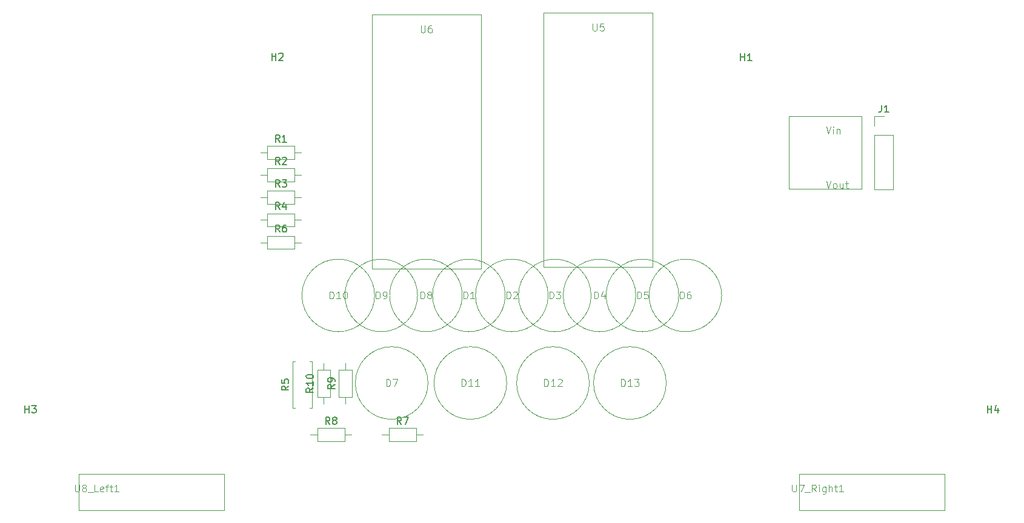
<source format=gbr>
%TF.GenerationSoftware,KiCad,Pcbnew,8.0.1*%
%TF.CreationDate,2024-04-10T11:02:19-04:00*%
%TF.ProjectId,Baja Dashboard Schematic Part 2,42616a61-2044-4617-9368-626f61726420,rev?*%
%TF.SameCoordinates,Original*%
%TF.FileFunction,Legend,Top*%
%TF.FilePolarity,Positive*%
%FSLAX46Y46*%
G04 Gerber Fmt 4.6, Leading zero omitted, Abs format (unit mm)*
G04 Created by KiCad (PCBNEW 8.0.1) date 2024-04-10 11:02:19*
%MOMM*%
%LPD*%
G01*
G04 APERTURE LIST*
%ADD10C,0.100000*%
%ADD11C,0.150000*%
%ADD12C,0.120000*%
G04 APERTURE END LIST*
D10*
X162781905Y-111957419D02*
X162781905Y-110957419D01*
X162781905Y-110957419D02*
X163020000Y-110957419D01*
X163020000Y-110957419D02*
X163162857Y-111005038D01*
X163162857Y-111005038D02*
X163258095Y-111100276D01*
X163258095Y-111100276D02*
X163305714Y-111195514D01*
X163305714Y-111195514D02*
X163353333Y-111385990D01*
X163353333Y-111385990D02*
X163353333Y-111528847D01*
X163353333Y-111528847D02*
X163305714Y-111719323D01*
X163305714Y-111719323D02*
X163258095Y-111814561D01*
X163258095Y-111814561D02*
X163162857Y-111909800D01*
X163162857Y-111909800D02*
X163020000Y-111957419D01*
X163020000Y-111957419D02*
X162781905Y-111957419D01*
X164210476Y-111290752D02*
X164210476Y-111957419D01*
X163972381Y-110909800D02*
X163734286Y-111624085D01*
X163734286Y-111624085D02*
X164353333Y-111624085D01*
X150531905Y-111957419D02*
X150531905Y-110957419D01*
X150531905Y-110957419D02*
X150770000Y-110957419D01*
X150770000Y-110957419D02*
X150912857Y-111005038D01*
X150912857Y-111005038D02*
X151008095Y-111100276D01*
X151008095Y-111100276D02*
X151055714Y-111195514D01*
X151055714Y-111195514D02*
X151103333Y-111385990D01*
X151103333Y-111385990D02*
X151103333Y-111528847D01*
X151103333Y-111528847D02*
X151055714Y-111719323D01*
X151055714Y-111719323D02*
X151008095Y-111814561D01*
X151008095Y-111814561D02*
X150912857Y-111909800D01*
X150912857Y-111909800D02*
X150770000Y-111957419D01*
X150770000Y-111957419D02*
X150531905Y-111957419D01*
X151484286Y-111052657D02*
X151531905Y-111005038D01*
X151531905Y-111005038D02*
X151627143Y-110957419D01*
X151627143Y-110957419D02*
X151865238Y-110957419D01*
X151865238Y-110957419D02*
X151960476Y-111005038D01*
X151960476Y-111005038D02*
X152008095Y-111052657D01*
X152008095Y-111052657D02*
X152055714Y-111147895D01*
X152055714Y-111147895D02*
X152055714Y-111243133D01*
X152055714Y-111243133D02*
X152008095Y-111385990D01*
X152008095Y-111385990D02*
X151436667Y-111957419D01*
X151436667Y-111957419D02*
X152055714Y-111957419D01*
D11*
X123534819Y-124452857D02*
X123058628Y-124786190D01*
X123534819Y-125024285D02*
X122534819Y-125024285D01*
X122534819Y-125024285D02*
X122534819Y-124643333D01*
X122534819Y-124643333D02*
X122582438Y-124548095D01*
X122582438Y-124548095D02*
X122630057Y-124500476D01*
X122630057Y-124500476D02*
X122725295Y-124452857D01*
X122725295Y-124452857D02*
X122868152Y-124452857D01*
X122868152Y-124452857D02*
X122963390Y-124500476D01*
X122963390Y-124500476D02*
X123011009Y-124548095D01*
X123011009Y-124548095D02*
X123058628Y-124643333D01*
X123058628Y-124643333D02*
X123058628Y-125024285D01*
X123534819Y-123500476D02*
X123534819Y-124071904D01*
X123534819Y-123786190D02*
X122534819Y-123786190D01*
X122534819Y-123786190D02*
X122677676Y-123881428D01*
X122677676Y-123881428D02*
X122772914Y-123976666D01*
X122772914Y-123976666D02*
X122820533Y-124071904D01*
X122534819Y-122881428D02*
X122534819Y-122786190D01*
X122534819Y-122786190D02*
X122582438Y-122690952D01*
X122582438Y-122690952D02*
X122630057Y-122643333D01*
X122630057Y-122643333D02*
X122725295Y-122595714D01*
X122725295Y-122595714D02*
X122915771Y-122548095D01*
X122915771Y-122548095D02*
X123153866Y-122548095D01*
X123153866Y-122548095D02*
X123344342Y-122595714D01*
X123344342Y-122595714D02*
X123439580Y-122643333D01*
X123439580Y-122643333D02*
X123487200Y-122690952D01*
X123487200Y-122690952D02*
X123534819Y-122786190D01*
X123534819Y-122786190D02*
X123534819Y-122881428D01*
X123534819Y-122881428D02*
X123487200Y-122976666D01*
X123487200Y-122976666D02*
X123439580Y-123024285D01*
X123439580Y-123024285D02*
X123344342Y-123071904D01*
X123344342Y-123071904D02*
X123153866Y-123119523D01*
X123153866Y-123119523D02*
X122915771Y-123119523D01*
X122915771Y-123119523D02*
X122725295Y-123071904D01*
X122725295Y-123071904D02*
X122630057Y-123024285D01*
X122630057Y-123024285D02*
X122582438Y-122976666D01*
X122582438Y-122976666D02*
X122534819Y-122881428D01*
X202916666Y-84874819D02*
X202916666Y-85589104D01*
X202916666Y-85589104D02*
X202869047Y-85731961D01*
X202869047Y-85731961D02*
X202773809Y-85827200D01*
X202773809Y-85827200D02*
X202630952Y-85874819D01*
X202630952Y-85874819D02*
X202535714Y-85874819D01*
X203916666Y-85874819D02*
X203345238Y-85874819D01*
X203630952Y-85874819D02*
X203630952Y-84874819D01*
X203630952Y-84874819D02*
X203535714Y-85017676D01*
X203535714Y-85017676D02*
X203440476Y-85112914D01*
X203440476Y-85112914D02*
X203345238Y-85160533D01*
D10*
X195201027Y-87872419D02*
X195534360Y-88872419D01*
X195534360Y-88872419D02*
X195867693Y-87872419D01*
X196201027Y-88872419D02*
X196201027Y-88205752D01*
X196201027Y-87872419D02*
X196153408Y-87920038D01*
X196153408Y-87920038D02*
X196201027Y-87967657D01*
X196201027Y-87967657D02*
X196248646Y-87920038D01*
X196248646Y-87920038D02*
X196201027Y-87872419D01*
X196201027Y-87872419D02*
X196201027Y-87967657D01*
X196677217Y-88205752D02*
X196677217Y-88872419D01*
X196677217Y-88300990D02*
X196724836Y-88253371D01*
X196724836Y-88253371D02*
X196820074Y-88205752D01*
X196820074Y-88205752D02*
X196962931Y-88205752D01*
X196962931Y-88205752D02*
X197058169Y-88253371D01*
X197058169Y-88253371D02*
X197105788Y-88348609D01*
X197105788Y-88348609D02*
X197105788Y-88872419D01*
X195201027Y-95492419D02*
X195534360Y-96492419D01*
X195534360Y-96492419D02*
X195867693Y-95492419D01*
X196343884Y-96492419D02*
X196248646Y-96444800D01*
X196248646Y-96444800D02*
X196201027Y-96397180D01*
X196201027Y-96397180D02*
X196153408Y-96301942D01*
X196153408Y-96301942D02*
X196153408Y-96016228D01*
X196153408Y-96016228D02*
X196201027Y-95920990D01*
X196201027Y-95920990D02*
X196248646Y-95873371D01*
X196248646Y-95873371D02*
X196343884Y-95825752D01*
X196343884Y-95825752D02*
X196486741Y-95825752D01*
X196486741Y-95825752D02*
X196581979Y-95873371D01*
X196581979Y-95873371D02*
X196629598Y-95920990D01*
X196629598Y-95920990D02*
X196677217Y-96016228D01*
X196677217Y-96016228D02*
X196677217Y-96301942D01*
X196677217Y-96301942D02*
X196629598Y-96397180D01*
X196629598Y-96397180D02*
X196581979Y-96444800D01*
X196581979Y-96444800D02*
X196486741Y-96492419D01*
X196486741Y-96492419D02*
X196343884Y-96492419D01*
X197534360Y-95825752D02*
X197534360Y-96492419D01*
X197105789Y-95825752D02*
X197105789Y-96349561D01*
X197105789Y-96349561D02*
X197153408Y-96444800D01*
X197153408Y-96444800D02*
X197248646Y-96492419D01*
X197248646Y-96492419D02*
X197391503Y-96492419D01*
X197391503Y-96492419D02*
X197486741Y-96444800D01*
X197486741Y-96444800D02*
X197534360Y-96397180D01*
X197867694Y-95825752D02*
X198248646Y-95825752D01*
X198010551Y-95492419D02*
X198010551Y-96349561D01*
X198010551Y-96349561D02*
X198058170Y-96444800D01*
X198058170Y-96444800D02*
X198153408Y-96492419D01*
X198153408Y-96492419D02*
X198248646Y-96492419D01*
X144531905Y-111957419D02*
X144531905Y-110957419D01*
X144531905Y-110957419D02*
X144770000Y-110957419D01*
X144770000Y-110957419D02*
X144912857Y-111005038D01*
X144912857Y-111005038D02*
X145008095Y-111100276D01*
X145008095Y-111100276D02*
X145055714Y-111195514D01*
X145055714Y-111195514D02*
X145103333Y-111385990D01*
X145103333Y-111385990D02*
X145103333Y-111528847D01*
X145103333Y-111528847D02*
X145055714Y-111719323D01*
X145055714Y-111719323D02*
X145008095Y-111814561D01*
X145008095Y-111814561D02*
X144912857Y-111909800D01*
X144912857Y-111909800D02*
X144770000Y-111957419D01*
X144770000Y-111957419D02*
X144531905Y-111957419D01*
X146055714Y-111957419D02*
X145484286Y-111957419D01*
X145770000Y-111957419D02*
X145770000Y-110957419D01*
X145770000Y-110957419D02*
X145674762Y-111100276D01*
X145674762Y-111100276D02*
X145579524Y-111195514D01*
X145579524Y-111195514D02*
X145484286Y-111243133D01*
D11*
X120084819Y-124166666D02*
X119608628Y-124499999D01*
X120084819Y-124738094D02*
X119084819Y-124738094D01*
X119084819Y-124738094D02*
X119084819Y-124357142D01*
X119084819Y-124357142D02*
X119132438Y-124261904D01*
X119132438Y-124261904D02*
X119180057Y-124214285D01*
X119180057Y-124214285D02*
X119275295Y-124166666D01*
X119275295Y-124166666D02*
X119418152Y-124166666D01*
X119418152Y-124166666D02*
X119513390Y-124214285D01*
X119513390Y-124214285D02*
X119561009Y-124261904D01*
X119561009Y-124261904D02*
X119608628Y-124357142D01*
X119608628Y-124357142D02*
X119608628Y-124738094D01*
X119084819Y-123261904D02*
X119084819Y-123738094D01*
X119084819Y-123738094D02*
X119561009Y-123785713D01*
X119561009Y-123785713D02*
X119513390Y-123738094D01*
X119513390Y-123738094D02*
X119465771Y-123642856D01*
X119465771Y-123642856D02*
X119465771Y-123404761D01*
X119465771Y-123404761D02*
X119513390Y-123309523D01*
X119513390Y-123309523D02*
X119561009Y-123261904D01*
X119561009Y-123261904D02*
X119656247Y-123214285D01*
X119656247Y-123214285D02*
X119894342Y-123214285D01*
X119894342Y-123214285D02*
X119989580Y-123261904D01*
X119989580Y-123261904D02*
X120037200Y-123309523D01*
X120037200Y-123309523D02*
X120084819Y-123404761D01*
X120084819Y-123404761D02*
X120084819Y-123642856D01*
X120084819Y-123642856D02*
X120037200Y-123738094D01*
X120037200Y-123738094D02*
X119989580Y-123785713D01*
D10*
X174781905Y-111957419D02*
X174781905Y-110957419D01*
X174781905Y-110957419D02*
X175020000Y-110957419D01*
X175020000Y-110957419D02*
X175162857Y-111005038D01*
X175162857Y-111005038D02*
X175258095Y-111100276D01*
X175258095Y-111100276D02*
X175305714Y-111195514D01*
X175305714Y-111195514D02*
X175353333Y-111385990D01*
X175353333Y-111385990D02*
X175353333Y-111528847D01*
X175353333Y-111528847D02*
X175305714Y-111719323D01*
X175305714Y-111719323D02*
X175258095Y-111814561D01*
X175258095Y-111814561D02*
X175162857Y-111909800D01*
X175162857Y-111909800D02*
X175020000Y-111957419D01*
X175020000Y-111957419D02*
X174781905Y-111957419D01*
X176210476Y-110957419D02*
X176020000Y-110957419D01*
X176020000Y-110957419D02*
X175924762Y-111005038D01*
X175924762Y-111005038D02*
X175877143Y-111052657D01*
X175877143Y-111052657D02*
X175781905Y-111195514D01*
X175781905Y-111195514D02*
X175734286Y-111385990D01*
X175734286Y-111385990D02*
X175734286Y-111766942D01*
X175734286Y-111766942D02*
X175781905Y-111862180D01*
X175781905Y-111862180D02*
X175829524Y-111909800D01*
X175829524Y-111909800D02*
X175924762Y-111957419D01*
X175924762Y-111957419D02*
X176115238Y-111957419D01*
X176115238Y-111957419D02*
X176210476Y-111909800D01*
X176210476Y-111909800D02*
X176258095Y-111862180D01*
X176258095Y-111862180D02*
X176305714Y-111766942D01*
X176305714Y-111766942D02*
X176305714Y-111528847D01*
X176305714Y-111528847D02*
X176258095Y-111433609D01*
X176258095Y-111433609D02*
X176210476Y-111385990D01*
X176210476Y-111385990D02*
X176115238Y-111338371D01*
X176115238Y-111338371D02*
X175924762Y-111338371D01*
X175924762Y-111338371D02*
X175829524Y-111385990D01*
X175829524Y-111385990D02*
X175781905Y-111433609D01*
X175781905Y-111433609D02*
X175734286Y-111528847D01*
X166555714Y-124207419D02*
X166555714Y-123207419D01*
X166555714Y-123207419D02*
X166793809Y-123207419D01*
X166793809Y-123207419D02*
X166936666Y-123255038D01*
X166936666Y-123255038D02*
X167031904Y-123350276D01*
X167031904Y-123350276D02*
X167079523Y-123445514D01*
X167079523Y-123445514D02*
X167127142Y-123635990D01*
X167127142Y-123635990D02*
X167127142Y-123778847D01*
X167127142Y-123778847D02*
X167079523Y-123969323D01*
X167079523Y-123969323D02*
X167031904Y-124064561D01*
X167031904Y-124064561D02*
X166936666Y-124159800D01*
X166936666Y-124159800D02*
X166793809Y-124207419D01*
X166793809Y-124207419D02*
X166555714Y-124207419D01*
X168079523Y-124207419D02*
X167508095Y-124207419D01*
X167793809Y-124207419D02*
X167793809Y-123207419D01*
X167793809Y-123207419D02*
X167698571Y-123350276D01*
X167698571Y-123350276D02*
X167603333Y-123445514D01*
X167603333Y-123445514D02*
X167508095Y-123493133D01*
X168412857Y-123207419D02*
X169031904Y-123207419D01*
X169031904Y-123207419D02*
X168698571Y-123588371D01*
X168698571Y-123588371D02*
X168841428Y-123588371D01*
X168841428Y-123588371D02*
X168936666Y-123635990D01*
X168936666Y-123635990D02*
X168984285Y-123683609D01*
X168984285Y-123683609D02*
X169031904Y-123778847D01*
X169031904Y-123778847D02*
X169031904Y-124016942D01*
X169031904Y-124016942D02*
X168984285Y-124112180D01*
X168984285Y-124112180D02*
X168936666Y-124159800D01*
X168936666Y-124159800D02*
X168841428Y-124207419D01*
X168841428Y-124207419D02*
X168555714Y-124207419D01*
X168555714Y-124207419D02*
X168460476Y-124159800D01*
X168460476Y-124159800D02*
X168412857Y-124112180D01*
X132281905Y-111957419D02*
X132281905Y-110957419D01*
X132281905Y-110957419D02*
X132520000Y-110957419D01*
X132520000Y-110957419D02*
X132662857Y-111005038D01*
X132662857Y-111005038D02*
X132758095Y-111100276D01*
X132758095Y-111100276D02*
X132805714Y-111195514D01*
X132805714Y-111195514D02*
X132853333Y-111385990D01*
X132853333Y-111385990D02*
X132853333Y-111528847D01*
X132853333Y-111528847D02*
X132805714Y-111719323D01*
X132805714Y-111719323D02*
X132758095Y-111814561D01*
X132758095Y-111814561D02*
X132662857Y-111909800D01*
X132662857Y-111909800D02*
X132520000Y-111957419D01*
X132520000Y-111957419D02*
X132281905Y-111957419D01*
X133329524Y-111957419D02*
X133520000Y-111957419D01*
X133520000Y-111957419D02*
X133615238Y-111909800D01*
X133615238Y-111909800D02*
X133662857Y-111862180D01*
X133662857Y-111862180D02*
X133758095Y-111719323D01*
X133758095Y-111719323D02*
X133805714Y-111528847D01*
X133805714Y-111528847D02*
X133805714Y-111147895D01*
X133805714Y-111147895D02*
X133758095Y-111052657D01*
X133758095Y-111052657D02*
X133710476Y-111005038D01*
X133710476Y-111005038D02*
X133615238Y-110957419D01*
X133615238Y-110957419D02*
X133424762Y-110957419D01*
X133424762Y-110957419D02*
X133329524Y-111005038D01*
X133329524Y-111005038D02*
X133281905Y-111052657D01*
X133281905Y-111052657D02*
X133234286Y-111147895D01*
X133234286Y-111147895D02*
X133234286Y-111385990D01*
X133234286Y-111385990D02*
X133281905Y-111481228D01*
X133281905Y-111481228D02*
X133329524Y-111528847D01*
X133329524Y-111528847D02*
X133424762Y-111576466D01*
X133424762Y-111576466D02*
X133615238Y-111576466D01*
X133615238Y-111576466D02*
X133710476Y-111528847D01*
X133710476Y-111528847D02*
X133758095Y-111481228D01*
X133758095Y-111481228D02*
X133805714Y-111385990D01*
D11*
X118833333Y-93184819D02*
X118500000Y-92708628D01*
X118261905Y-93184819D02*
X118261905Y-92184819D01*
X118261905Y-92184819D02*
X118642857Y-92184819D01*
X118642857Y-92184819D02*
X118738095Y-92232438D01*
X118738095Y-92232438D02*
X118785714Y-92280057D01*
X118785714Y-92280057D02*
X118833333Y-92375295D01*
X118833333Y-92375295D02*
X118833333Y-92518152D01*
X118833333Y-92518152D02*
X118785714Y-92613390D01*
X118785714Y-92613390D02*
X118738095Y-92661009D01*
X118738095Y-92661009D02*
X118642857Y-92708628D01*
X118642857Y-92708628D02*
X118261905Y-92708628D01*
X119214286Y-92280057D02*
X119261905Y-92232438D01*
X119261905Y-92232438D02*
X119357143Y-92184819D01*
X119357143Y-92184819D02*
X119595238Y-92184819D01*
X119595238Y-92184819D02*
X119690476Y-92232438D01*
X119690476Y-92232438D02*
X119738095Y-92280057D01*
X119738095Y-92280057D02*
X119785714Y-92375295D01*
X119785714Y-92375295D02*
X119785714Y-92470533D01*
X119785714Y-92470533D02*
X119738095Y-92613390D01*
X119738095Y-92613390D02*
X119166667Y-93184819D01*
X119166667Y-93184819D02*
X119785714Y-93184819D01*
D10*
X162568095Y-73477419D02*
X162568095Y-74286942D01*
X162568095Y-74286942D02*
X162615714Y-74382180D01*
X162615714Y-74382180D02*
X162663333Y-74429800D01*
X162663333Y-74429800D02*
X162758571Y-74477419D01*
X162758571Y-74477419D02*
X162949047Y-74477419D01*
X162949047Y-74477419D02*
X163044285Y-74429800D01*
X163044285Y-74429800D02*
X163091904Y-74382180D01*
X163091904Y-74382180D02*
X163139523Y-74286942D01*
X163139523Y-74286942D02*
X163139523Y-73477419D01*
X164091904Y-73477419D02*
X163615714Y-73477419D01*
X163615714Y-73477419D02*
X163568095Y-73953609D01*
X163568095Y-73953609D02*
X163615714Y-73905990D01*
X163615714Y-73905990D02*
X163710952Y-73858371D01*
X163710952Y-73858371D02*
X163949047Y-73858371D01*
X163949047Y-73858371D02*
X164044285Y-73905990D01*
X164044285Y-73905990D02*
X164091904Y-73953609D01*
X164091904Y-73953609D02*
X164139523Y-74048847D01*
X164139523Y-74048847D02*
X164139523Y-74286942D01*
X164139523Y-74286942D02*
X164091904Y-74382180D01*
X164091904Y-74382180D02*
X164044285Y-74429800D01*
X164044285Y-74429800D02*
X163949047Y-74477419D01*
X163949047Y-74477419D02*
X163710952Y-74477419D01*
X163710952Y-74477419D02*
X163615714Y-74429800D01*
X163615714Y-74429800D02*
X163568095Y-74382180D01*
X156531905Y-111957419D02*
X156531905Y-110957419D01*
X156531905Y-110957419D02*
X156770000Y-110957419D01*
X156770000Y-110957419D02*
X156912857Y-111005038D01*
X156912857Y-111005038D02*
X157008095Y-111100276D01*
X157008095Y-111100276D02*
X157055714Y-111195514D01*
X157055714Y-111195514D02*
X157103333Y-111385990D01*
X157103333Y-111385990D02*
X157103333Y-111528847D01*
X157103333Y-111528847D02*
X157055714Y-111719323D01*
X157055714Y-111719323D02*
X157008095Y-111814561D01*
X157008095Y-111814561D02*
X156912857Y-111909800D01*
X156912857Y-111909800D02*
X156770000Y-111957419D01*
X156770000Y-111957419D02*
X156531905Y-111957419D01*
X157436667Y-110957419D02*
X158055714Y-110957419D01*
X158055714Y-110957419D02*
X157722381Y-111338371D01*
X157722381Y-111338371D02*
X157865238Y-111338371D01*
X157865238Y-111338371D02*
X157960476Y-111385990D01*
X157960476Y-111385990D02*
X158008095Y-111433609D01*
X158008095Y-111433609D02*
X158055714Y-111528847D01*
X158055714Y-111528847D02*
X158055714Y-111766942D01*
X158055714Y-111766942D02*
X158008095Y-111862180D01*
X158008095Y-111862180D02*
X157960476Y-111909800D01*
X157960476Y-111909800D02*
X157865238Y-111957419D01*
X157865238Y-111957419D02*
X157579524Y-111957419D01*
X157579524Y-111957419D02*
X157484286Y-111909800D01*
X157484286Y-111909800D02*
X157436667Y-111862180D01*
D11*
X118833333Y-96334819D02*
X118500000Y-95858628D01*
X118261905Y-96334819D02*
X118261905Y-95334819D01*
X118261905Y-95334819D02*
X118642857Y-95334819D01*
X118642857Y-95334819D02*
X118738095Y-95382438D01*
X118738095Y-95382438D02*
X118785714Y-95430057D01*
X118785714Y-95430057D02*
X118833333Y-95525295D01*
X118833333Y-95525295D02*
X118833333Y-95668152D01*
X118833333Y-95668152D02*
X118785714Y-95763390D01*
X118785714Y-95763390D02*
X118738095Y-95811009D01*
X118738095Y-95811009D02*
X118642857Y-95858628D01*
X118642857Y-95858628D02*
X118261905Y-95858628D01*
X119166667Y-95334819D02*
X119785714Y-95334819D01*
X119785714Y-95334819D02*
X119452381Y-95715771D01*
X119452381Y-95715771D02*
X119595238Y-95715771D01*
X119595238Y-95715771D02*
X119690476Y-95763390D01*
X119690476Y-95763390D02*
X119738095Y-95811009D01*
X119738095Y-95811009D02*
X119785714Y-95906247D01*
X119785714Y-95906247D02*
X119785714Y-96144342D01*
X119785714Y-96144342D02*
X119738095Y-96239580D01*
X119738095Y-96239580D02*
X119690476Y-96287200D01*
X119690476Y-96287200D02*
X119595238Y-96334819D01*
X119595238Y-96334819D02*
X119309524Y-96334819D01*
X119309524Y-96334819D02*
X119214286Y-96287200D01*
X119214286Y-96287200D02*
X119166667Y-96239580D01*
X183238095Y-78654819D02*
X183238095Y-77654819D01*
X183238095Y-78131009D02*
X183809523Y-78131009D01*
X183809523Y-78654819D02*
X183809523Y-77654819D01*
X184809523Y-78654819D02*
X184238095Y-78654819D01*
X184523809Y-78654819D02*
X184523809Y-77654819D01*
X184523809Y-77654819D02*
X184428571Y-77797676D01*
X184428571Y-77797676D02*
X184333333Y-77892914D01*
X184333333Y-77892914D02*
X184238095Y-77940533D01*
X118833333Y-90034819D02*
X118500000Y-89558628D01*
X118261905Y-90034819D02*
X118261905Y-89034819D01*
X118261905Y-89034819D02*
X118642857Y-89034819D01*
X118642857Y-89034819D02*
X118738095Y-89082438D01*
X118738095Y-89082438D02*
X118785714Y-89130057D01*
X118785714Y-89130057D02*
X118833333Y-89225295D01*
X118833333Y-89225295D02*
X118833333Y-89368152D01*
X118833333Y-89368152D02*
X118785714Y-89463390D01*
X118785714Y-89463390D02*
X118738095Y-89511009D01*
X118738095Y-89511009D02*
X118642857Y-89558628D01*
X118642857Y-89558628D02*
X118261905Y-89558628D01*
X119785714Y-90034819D02*
X119214286Y-90034819D01*
X119500000Y-90034819D02*
X119500000Y-89034819D01*
X119500000Y-89034819D02*
X119404762Y-89177676D01*
X119404762Y-89177676D02*
X119309524Y-89272914D01*
X119309524Y-89272914D02*
X119214286Y-89320533D01*
D10*
X155805714Y-124207419D02*
X155805714Y-123207419D01*
X155805714Y-123207419D02*
X156043809Y-123207419D01*
X156043809Y-123207419D02*
X156186666Y-123255038D01*
X156186666Y-123255038D02*
X156281904Y-123350276D01*
X156281904Y-123350276D02*
X156329523Y-123445514D01*
X156329523Y-123445514D02*
X156377142Y-123635990D01*
X156377142Y-123635990D02*
X156377142Y-123778847D01*
X156377142Y-123778847D02*
X156329523Y-123969323D01*
X156329523Y-123969323D02*
X156281904Y-124064561D01*
X156281904Y-124064561D02*
X156186666Y-124159800D01*
X156186666Y-124159800D02*
X156043809Y-124207419D01*
X156043809Y-124207419D02*
X155805714Y-124207419D01*
X157329523Y-124207419D02*
X156758095Y-124207419D01*
X157043809Y-124207419D02*
X157043809Y-123207419D01*
X157043809Y-123207419D02*
X156948571Y-123350276D01*
X156948571Y-123350276D02*
X156853333Y-123445514D01*
X156853333Y-123445514D02*
X156758095Y-123493133D01*
X157710476Y-123302657D02*
X157758095Y-123255038D01*
X157758095Y-123255038D02*
X157853333Y-123207419D01*
X157853333Y-123207419D02*
X158091428Y-123207419D01*
X158091428Y-123207419D02*
X158186666Y-123255038D01*
X158186666Y-123255038D02*
X158234285Y-123302657D01*
X158234285Y-123302657D02*
X158281904Y-123397895D01*
X158281904Y-123397895D02*
X158281904Y-123493133D01*
X158281904Y-123493133D02*
X158234285Y-123635990D01*
X158234285Y-123635990D02*
X157662857Y-124207419D01*
X157662857Y-124207419D02*
X158281904Y-124207419D01*
X144265714Y-124207419D02*
X144265714Y-123207419D01*
X144265714Y-123207419D02*
X144503809Y-123207419D01*
X144503809Y-123207419D02*
X144646666Y-123255038D01*
X144646666Y-123255038D02*
X144741904Y-123350276D01*
X144741904Y-123350276D02*
X144789523Y-123445514D01*
X144789523Y-123445514D02*
X144837142Y-123635990D01*
X144837142Y-123635990D02*
X144837142Y-123778847D01*
X144837142Y-123778847D02*
X144789523Y-123969323D01*
X144789523Y-123969323D02*
X144741904Y-124064561D01*
X144741904Y-124064561D02*
X144646666Y-124159800D01*
X144646666Y-124159800D02*
X144503809Y-124207419D01*
X144503809Y-124207419D02*
X144265714Y-124207419D01*
X145789523Y-124207419D02*
X145218095Y-124207419D01*
X145503809Y-124207419D02*
X145503809Y-123207419D01*
X145503809Y-123207419D02*
X145408571Y-123350276D01*
X145408571Y-123350276D02*
X145313333Y-123445514D01*
X145313333Y-123445514D02*
X145218095Y-123493133D01*
X146741904Y-124207419D02*
X146170476Y-124207419D01*
X146456190Y-124207419D02*
X146456190Y-123207419D01*
X146456190Y-123207419D02*
X146360952Y-123350276D01*
X146360952Y-123350276D02*
X146265714Y-123445514D01*
X146265714Y-123445514D02*
X146170476Y-123493133D01*
D11*
X118833333Y-99484819D02*
X118500000Y-99008628D01*
X118261905Y-99484819D02*
X118261905Y-98484819D01*
X118261905Y-98484819D02*
X118642857Y-98484819D01*
X118642857Y-98484819D02*
X118738095Y-98532438D01*
X118738095Y-98532438D02*
X118785714Y-98580057D01*
X118785714Y-98580057D02*
X118833333Y-98675295D01*
X118833333Y-98675295D02*
X118833333Y-98818152D01*
X118833333Y-98818152D02*
X118785714Y-98913390D01*
X118785714Y-98913390D02*
X118738095Y-98961009D01*
X118738095Y-98961009D02*
X118642857Y-99008628D01*
X118642857Y-99008628D02*
X118261905Y-99008628D01*
X119690476Y-98818152D02*
X119690476Y-99484819D01*
X119452381Y-98437200D02*
X119214286Y-99151485D01*
X119214286Y-99151485D02*
X119833333Y-99151485D01*
D10*
X138531905Y-111957419D02*
X138531905Y-110957419D01*
X138531905Y-110957419D02*
X138770000Y-110957419D01*
X138770000Y-110957419D02*
X138912857Y-111005038D01*
X138912857Y-111005038D02*
X139008095Y-111100276D01*
X139008095Y-111100276D02*
X139055714Y-111195514D01*
X139055714Y-111195514D02*
X139103333Y-111385990D01*
X139103333Y-111385990D02*
X139103333Y-111528847D01*
X139103333Y-111528847D02*
X139055714Y-111719323D01*
X139055714Y-111719323D02*
X139008095Y-111814561D01*
X139008095Y-111814561D02*
X138912857Y-111909800D01*
X138912857Y-111909800D02*
X138770000Y-111957419D01*
X138770000Y-111957419D02*
X138531905Y-111957419D01*
X139674762Y-111385990D02*
X139579524Y-111338371D01*
X139579524Y-111338371D02*
X139531905Y-111290752D01*
X139531905Y-111290752D02*
X139484286Y-111195514D01*
X139484286Y-111195514D02*
X139484286Y-111147895D01*
X139484286Y-111147895D02*
X139531905Y-111052657D01*
X139531905Y-111052657D02*
X139579524Y-111005038D01*
X139579524Y-111005038D02*
X139674762Y-110957419D01*
X139674762Y-110957419D02*
X139865238Y-110957419D01*
X139865238Y-110957419D02*
X139960476Y-111005038D01*
X139960476Y-111005038D02*
X140008095Y-111052657D01*
X140008095Y-111052657D02*
X140055714Y-111147895D01*
X140055714Y-111147895D02*
X140055714Y-111195514D01*
X140055714Y-111195514D02*
X140008095Y-111290752D01*
X140008095Y-111290752D02*
X139960476Y-111338371D01*
X139960476Y-111338371D02*
X139865238Y-111385990D01*
X139865238Y-111385990D02*
X139674762Y-111385990D01*
X139674762Y-111385990D02*
X139579524Y-111433609D01*
X139579524Y-111433609D02*
X139531905Y-111481228D01*
X139531905Y-111481228D02*
X139484286Y-111576466D01*
X139484286Y-111576466D02*
X139484286Y-111766942D01*
X139484286Y-111766942D02*
X139531905Y-111862180D01*
X139531905Y-111862180D02*
X139579524Y-111909800D01*
X139579524Y-111909800D02*
X139674762Y-111957419D01*
X139674762Y-111957419D02*
X139865238Y-111957419D01*
X139865238Y-111957419D02*
X139960476Y-111909800D01*
X139960476Y-111909800D02*
X140008095Y-111862180D01*
X140008095Y-111862180D02*
X140055714Y-111766942D01*
X140055714Y-111766942D02*
X140055714Y-111576466D01*
X140055714Y-111576466D02*
X140008095Y-111481228D01*
X140008095Y-111481228D02*
X139960476Y-111433609D01*
X139960476Y-111433609D02*
X139865238Y-111385990D01*
X133741905Y-124207419D02*
X133741905Y-123207419D01*
X133741905Y-123207419D02*
X133980000Y-123207419D01*
X133980000Y-123207419D02*
X134122857Y-123255038D01*
X134122857Y-123255038D02*
X134218095Y-123350276D01*
X134218095Y-123350276D02*
X134265714Y-123445514D01*
X134265714Y-123445514D02*
X134313333Y-123635990D01*
X134313333Y-123635990D02*
X134313333Y-123778847D01*
X134313333Y-123778847D02*
X134265714Y-123969323D01*
X134265714Y-123969323D02*
X134218095Y-124064561D01*
X134218095Y-124064561D02*
X134122857Y-124159800D01*
X134122857Y-124159800D02*
X133980000Y-124207419D01*
X133980000Y-124207419D02*
X133741905Y-124207419D01*
X134646667Y-123207419D02*
X135313333Y-123207419D01*
X135313333Y-123207419D02*
X134884762Y-124207419D01*
X138568095Y-73727419D02*
X138568095Y-74536942D01*
X138568095Y-74536942D02*
X138615714Y-74632180D01*
X138615714Y-74632180D02*
X138663333Y-74679800D01*
X138663333Y-74679800D02*
X138758571Y-74727419D01*
X138758571Y-74727419D02*
X138949047Y-74727419D01*
X138949047Y-74727419D02*
X139044285Y-74679800D01*
X139044285Y-74679800D02*
X139091904Y-74632180D01*
X139091904Y-74632180D02*
X139139523Y-74536942D01*
X139139523Y-74536942D02*
X139139523Y-73727419D01*
X140044285Y-73727419D02*
X139853809Y-73727419D01*
X139853809Y-73727419D02*
X139758571Y-73775038D01*
X139758571Y-73775038D02*
X139710952Y-73822657D01*
X139710952Y-73822657D02*
X139615714Y-73965514D01*
X139615714Y-73965514D02*
X139568095Y-74155990D01*
X139568095Y-74155990D02*
X139568095Y-74536942D01*
X139568095Y-74536942D02*
X139615714Y-74632180D01*
X139615714Y-74632180D02*
X139663333Y-74679800D01*
X139663333Y-74679800D02*
X139758571Y-74727419D01*
X139758571Y-74727419D02*
X139949047Y-74727419D01*
X139949047Y-74727419D02*
X140044285Y-74679800D01*
X140044285Y-74679800D02*
X140091904Y-74632180D01*
X140091904Y-74632180D02*
X140139523Y-74536942D01*
X140139523Y-74536942D02*
X140139523Y-74298847D01*
X140139523Y-74298847D02*
X140091904Y-74203609D01*
X140091904Y-74203609D02*
X140044285Y-74155990D01*
X140044285Y-74155990D02*
X139949047Y-74108371D01*
X139949047Y-74108371D02*
X139758571Y-74108371D01*
X139758571Y-74108371D02*
X139663333Y-74155990D01*
X139663333Y-74155990D02*
X139615714Y-74203609D01*
X139615714Y-74203609D02*
X139568095Y-74298847D01*
D11*
X118833333Y-102634819D02*
X118500000Y-102158628D01*
X118261905Y-102634819D02*
X118261905Y-101634819D01*
X118261905Y-101634819D02*
X118642857Y-101634819D01*
X118642857Y-101634819D02*
X118738095Y-101682438D01*
X118738095Y-101682438D02*
X118785714Y-101730057D01*
X118785714Y-101730057D02*
X118833333Y-101825295D01*
X118833333Y-101825295D02*
X118833333Y-101968152D01*
X118833333Y-101968152D02*
X118785714Y-102063390D01*
X118785714Y-102063390D02*
X118738095Y-102111009D01*
X118738095Y-102111009D02*
X118642857Y-102158628D01*
X118642857Y-102158628D02*
X118261905Y-102158628D01*
X119690476Y-101634819D02*
X119500000Y-101634819D01*
X119500000Y-101634819D02*
X119404762Y-101682438D01*
X119404762Y-101682438D02*
X119357143Y-101730057D01*
X119357143Y-101730057D02*
X119261905Y-101872914D01*
X119261905Y-101872914D02*
X119214286Y-102063390D01*
X119214286Y-102063390D02*
X119214286Y-102444342D01*
X119214286Y-102444342D02*
X119261905Y-102539580D01*
X119261905Y-102539580D02*
X119309524Y-102587200D01*
X119309524Y-102587200D02*
X119404762Y-102634819D01*
X119404762Y-102634819D02*
X119595238Y-102634819D01*
X119595238Y-102634819D02*
X119690476Y-102587200D01*
X119690476Y-102587200D02*
X119738095Y-102539580D01*
X119738095Y-102539580D02*
X119785714Y-102444342D01*
X119785714Y-102444342D02*
X119785714Y-102206247D01*
X119785714Y-102206247D02*
X119738095Y-102111009D01*
X119738095Y-102111009D02*
X119690476Y-102063390D01*
X119690476Y-102063390D02*
X119595238Y-102015771D01*
X119595238Y-102015771D02*
X119404762Y-102015771D01*
X119404762Y-102015771D02*
X119309524Y-102063390D01*
X119309524Y-102063390D02*
X119261905Y-102111009D01*
X119261905Y-102111009D02*
X119214286Y-102206247D01*
D10*
X90236190Y-137957419D02*
X90236190Y-138766942D01*
X90236190Y-138766942D02*
X90283809Y-138862180D01*
X90283809Y-138862180D02*
X90331428Y-138909800D01*
X90331428Y-138909800D02*
X90426666Y-138957419D01*
X90426666Y-138957419D02*
X90617142Y-138957419D01*
X90617142Y-138957419D02*
X90712380Y-138909800D01*
X90712380Y-138909800D02*
X90759999Y-138862180D01*
X90759999Y-138862180D02*
X90807618Y-138766942D01*
X90807618Y-138766942D02*
X90807618Y-137957419D01*
X91426666Y-138385990D02*
X91331428Y-138338371D01*
X91331428Y-138338371D02*
X91283809Y-138290752D01*
X91283809Y-138290752D02*
X91236190Y-138195514D01*
X91236190Y-138195514D02*
X91236190Y-138147895D01*
X91236190Y-138147895D02*
X91283809Y-138052657D01*
X91283809Y-138052657D02*
X91331428Y-138005038D01*
X91331428Y-138005038D02*
X91426666Y-137957419D01*
X91426666Y-137957419D02*
X91617142Y-137957419D01*
X91617142Y-137957419D02*
X91712380Y-138005038D01*
X91712380Y-138005038D02*
X91759999Y-138052657D01*
X91759999Y-138052657D02*
X91807618Y-138147895D01*
X91807618Y-138147895D02*
X91807618Y-138195514D01*
X91807618Y-138195514D02*
X91759999Y-138290752D01*
X91759999Y-138290752D02*
X91712380Y-138338371D01*
X91712380Y-138338371D02*
X91617142Y-138385990D01*
X91617142Y-138385990D02*
X91426666Y-138385990D01*
X91426666Y-138385990D02*
X91331428Y-138433609D01*
X91331428Y-138433609D02*
X91283809Y-138481228D01*
X91283809Y-138481228D02*
X91236190Y-138576466D01*
X91236190Y-138576466D02*
X91236190Y-138766942D01*
X91236190Y-138766942D02*
X91283809Y-138862180D01*
X91283809Y-138862180D02*
X91331428Y-138909800D01*
X91331428Y-138909800D02*
X91426666Y-138957419D01*
X91426666Y-138957419D02*
X91617142Y-138957419D01*
X91617142Y-138957419D02*
X91712380Y-138909800D01*
X91712380Y-138909800D02*
X91759999Y-138862180D01*
X91759999Y-138862180D02*
X91807618Y-138766942D01*
X91807618Y-138766942D02*
X91807618Y-138576466D01*
X91807618Y-138576466D02*
X91759999Y-138481228D01*
X91759999Y-138481228D02*
X91712380Y-138433609D01*
X91712380Y-138433609D02*
X91617142Y-138385990D01*
X91998095Y-139052657D02*
X92759999Y-139052657D01*
X93474285Y-138957419D02*
X92998095Y-138957419D01*
X92998095Y-138957419D02*
X92998095Y-137957419D01*
X94188571Y-138909800D02*
X94093333Y-138957419D01*
X94093333Y-138957419D02*
X93902857Y-138957419D01*
X93902857Y-138957419D02*
X93807619Y-138909800D01*
X93807619Y-138909800D02*
X93760000Y-138814561D01*
X93760000Y-138814561D02*
X93760000Y-138433609D01*
X93760000Y-138433609D02*
X93807619Y-138338371D01*
X93807619Y-138338371D02*
X93902857Y-138290752D01*
X93902857Y-138290752D02*
X94093333Y-138290752D01*
X94093333Y-138290752D02*
X94188571Y-138338371D01*
X94188571Y-138338371D02*
X94236190Y-138433609D01*
X94236190Y-138433609D02*
X94236190Y-138528847D01*
X94236190Y-138528847D02*
X93760000Y-138624085D01*
X94521905Y-138290752D02*
X94902857Y-138290752D01*
X94664762Y-138957419D02*
X94664762Y-138100276D01*
X94664762Y-138100276D02*
X94712381Y-138005038D01*
X94712381Y-138005038D02*
X94807619Y-137957419D01*
X94807619Y-137957419D02*
X94902857Y-137957419D01*
X95093334Y-138290752D02*
X95474286Y-138290752D01*
X95236191Y-137957419D02*
X95236191Y-138814561D01*
X95236191Y-138814561D02*
X95283810Y-138909800D01*
X95283810Y-138909800D02*
X95379048Y-138957419D01*
X95379048Y-138957419D02*
X95474286Y-138957419D01*
X96331429Y-138957419D02*
X95760001Y-138957419D01*
X96045715Y-138957419D02*
X96045715Y-137957419D01*
X96045715Y-137957419D02*
X95950477Y-138100276D01*
X95950477Y-138100276D02*
X95855239Y-138195514D01*
X95855239Y-138195514D02*
X95760001Y-138243133D01*
D11*
X126534819Y-123976666D02*
X126058628Y-124309999D01*
X126534819Y-124548094D02*
X125534819Y-124548094D01*
X125534819Y-124548094D02*
X125534819Y-124167142D01*
X125534819Y-124167142D02*
X125582438Y-124071904D01*
X125582438Y-124071904D02*
X125630057Y-124024285D01*
X125630057Y-124024285D02*
X125725295Y-123976666D01*
X125725295Y-123976666D02*
X125868152Y-123976666D01*
X125868152Y-123976666D02*
X125963390Y-124024285D01*
X125963390Y-124024285D02*
X126011009Y-124071904D01*
X126011009Y-124071904D02*
X126058628Y-124167142D01*
X126058628Y-124167142D02*
X126058628Y-124548094D01*
X126534819Y-123500475D02*
X126534819Y-123309999D01*
X126534819Y-123309999D02*
X126487200Y-123214761D01*
X126487200Y-123214761D02*
X126439580Y-123167142D01*
X126439580Y-123167142D02*
X126296723Y-123071904D01*
X126296723Y-123071904D02*
X126106247Y-123024285D01*
X126106247Y-123024285D02*
X125725295Y-123024285D01*
X125725295Y-123024285D02*
X125630057Y-123071904D01*
X125630057Y-123071904D02*
X125582438Y-123119523D01*
X125582438Y-123119523D02*
X125534819Y-123214761D01*
X125534819Y-123214761D02*
X125534819Y-123405237D01*
X125534819Y-123405237D02*
X125582438Y-123500475D01*
X125582438Y-123500475D02*
X125630057Y-123548094D01*
X125630057Y-123548094D02*
X125725295Y-123595713D01*
X125725295Y-123595713D02*
X125963390Y-123595713D01*
X125963390Y-123595713D02*
X126058628Y-123548094D01*
X126058628Y-123548094D02*
X126106247Y-123500475D01*
X126106247Y-123500475D02*
X126153866Y-123405237D01*
X126153866Y-123405237D02*
X126153866Y-123214761D01*
X126153866Y-123214761D02*
X126106247Y-123119523D01*
X126106247Y-123119523D02*
X126058628Y-123071904D01*
X126058628Y-123071904D02*
X125963390Y-123024285D01*
X83235295Y-127919619D02*
X83235295Y-126919619D01*
X83235295Y-127395809D02*
X83806723Y-127395809D01*
X83806723Y-127919619D02*
X83806723Y-126919619D01*
X84187676Y-126919619D02*
X84806723Y-126919619D01*
X84806723Y-126919619D02*
X84473390Y-127300571D01*
X84473390Y-127300571D02*
X84616247Y-127300571D01*
X84616247Y-127300571D02*
X84711485Y-127348190D01*
X84711485Y-127348190D02*
X84759104Y-127395809D01*
X84759104Y-127395809D02*
X84806723Y-127491047D01*
X84806723Y-127491047D02*
X84806723Y-127729142D01*
X84806723Y-127729142D02*
X84759104Y-127824380D01*
X84759104Y-127824380D02*
X84711485Y-127872000D01*
X84711485Y-127872000D02*
X84616247Y-127919619D01*
X84616247Y-127919619D02*
X84330533Y-127919619D01*
X84330533Y-127919619D02*
X84235295Y-127872000D01*
X84235295Y-127872000D02*
X84187676Y-127824380D01*
D10*
X125805714Y-111957419D02*
X125805714Y-110957419D01*
X125805714Y-110957419D02*
X126043809Y-110957419D01*
X126043809Y-110957419D02*
X126186666Y-111005038D01*
X126186666Y-111005038D02*
X126281904Y-111100276D01*
X126281904Y-111100276D02*
X126329523Y-111195514D01*
X126329523Y-111195514D02*
X126377142Y-111385990D01*
X126377142Y-111385990D02*
X126377142Y-111528847D01*
X126377142Y-111528847D02*
X126329523Y-111719323D01*
X126329523Y-111719323D02*
X126281904Y-111814561D01*
X126281904Y-111814561D02*
X126186666Y-111909800D01*
X126186666Y-111909800D02*
X126043809Y-111957419D01*
X126043809Y-111957419D02*
X125805714Y-111957419D01*
X127329523Y-111957419D02*
X126758095Y-111957419D01*
X127043809Y-111957419D02*
X127043809Y-110957419D01*
X127043809Y-110957419D02*
X126948571Y-111100276D01*
X126948571Y-111100276D02*
X126853333Y-111195514D01*
X126853333Y-111195514D02*
X126758095Y-111243133D01*
X127948571Y-110957419D02*
X128043809Y-110957419D01*
X128043809Y-110957419D02*
X128139047Y-111005038D01*
X128139047Y-111005038D02*
X128186666Y-111052657D01*
X128186666Y-111052657D02*
X128234285Y-111147895D01*
X128234285Y-111147895D02*
X128281904Y-111338371D01*
X128281904Y-111338371D02*
X128281904Y-111576466D01*
X128281904Y-111576466D02*
X128234285Y-111766942D01*
X128234285Y-111766942D02*
X128186666Y-111862180D01*
X128186666Y-111862180D02*
X128139047Y-111909800D01*
X128139047Y-111909800D02*
X128043809Y-111957419D01*
X128043809Y-111957419D02*
X127948571Y-111957419D01*
X127948571Y-111957419D02*
X127853333Y-111909800D01*
X127853333Y-111909800D02*
X127805714Y-111862180D01*
X127805714Y-111862180D02*
X127758095Y-111766942D01*
X127758095Y-111766942D02*
X127710476Y-111576466D01*
X127710476Y-111576466D02*
X127710476Y-111338371D01*
X127710476Y-111338371D02*
X127758095Y-111147895D01*
X127758095Y-111147895D02*
X127805714Y-111052657D01*
X127805714Y-111052657D02*
X127853333Y-111005038D01*
X127853333Y-111005038D02*
X127948571Y-110957419D01*
D11*
X217738095Y-127904819D02*
X217738095Y-126904819D01*
X217738095Y-127381009D02*
X218309523Y-127381009D01*
X218309523Y-127904819D02*
X218309523Y-126904819D01*
X219214285Y-127238152D02*
X219214285Y-127904819D01*
X218976190Y-126857200D02*
X218738095Y-127571485D01*
X218738095Y-127571485D02*
X219357142Y-127571485D01*
D10*
X190452381Y-137957419D02*
X190452381Y-138766942D01*
X190452381Y-138766942D02*
X190500000Y-138862180D01*
X190500000Y-138862180D02*
X190547619Y-138909800D01*
X190547619Y-138909800D02*
X190642857Y-138957419D01*
X190642857Y-138957419D02*
X190833333Y-138957419D01*
X190833333Y-138957419D02*
X190928571Y-138909800D01*
X190928571Y-138909800D02*
X190976190Y-138862180D01*
X190976190Y-138862180D02*
X191023809Y-138766942D01*
X191023809Y-138766942D02*
X191023809Y-137957419D01*
X191404762Y-137957419D02*
X192071428Y-137957419D01*
X192071428Y-137957419D02*
X191642857Y-138957419D01*
X192214286Y-139052657D02*
X192976190Y-139052657D01*
X193785714Y-138957419D02*
X193452381Y-138481228D01*
X193214286Y-138957419D02*
X193214286Y-137957419D01*
X193214286Y-137957419D02*
X193595238Y-137957419D01*
X193595238Y-137957419D02*
X193690476Y-138005038D01*
X193690476Y-138005038D02*
X193738095Y-138052657D01*
X193738095Y-138052657D02*
X193785714Y-138147895D01*
X193785714Y-138147895D02*
X193785714Y-138290752D01*
X193785714Y-138290752D02*
X193738095Y-138385990D01*
X193738095Y-138385990D02*
X193690476Y-138433609D01*
X193690476Y-138433609D02*
X193595238Y-138481228D01*
X193595238Y-138481228D02*
X193214286Y-138481228D01*
X194214286Y-138957419D02*
X194214286Y-138290752D01*
X194214286Y-137957419D02*
X194166667Y-138005038D01*
X194166667Y-138005038D02*
X194214286Y-138052657D01*
X194214286Y-138052657D02*
X194261905Y-138005038D01*
X194261905Y-138005038D02*
X194214286Y-137957419D01*
X194214286Y-137957419D02*
X194214286Y-138052657D01*
X195119047Y-138290752D02*
X195119047Y-139100276D01*
X195119047Y-139100276D02*
X195071428Y-139195514D01*
X195071428Y-139195514D02*
X195023809Y-139243133D01*
X195023809Y-139243133D02*
X194928571Y-139290752D01*
X194928571Y-139290752D02*
X194785714Y-139290752D01*
X194785714Y-139290752D02*
X194690476Y-139243133D01*
X195119047Y-138909800D02*
X195023809Y-138957419D01*
X195023809Y-138957419D02*
X194833333Y-138957419D01*
X194833333Y-138957419D02*
X194738095Y-138909800D01*
X194738095Y-138909800D02*
X194690476Y-138862180D01*
X194690476Y-138862180D02*
X194642857Y-138766942D01*
X194642857Y-138766942D02*
X194642857Y-138481228D01*
X194642857Y-138481228D02*
X194690476Y-138385990D01*
X194690476Y-138385990D02*
X194738095Y-138338371D01*
X194738095Y-138338371D02*
X194833333Y-138290752D01*
X194833333Y-138290752D02*
X195023809Y-138290752D01*
X195023809Y-138290752D02*
X195119047Y-138338371D01*
X195595238Y-138957419D02*
X195595238Y-137957419D01*
X196023809Y-138957419D02*
X196023809Y-138433609D01*
X196023809Y-138433609D02*
X195976190Y-138338371D01*
X195976190Y-138338371D02*
X195880952Y-138290752D01*
X195880952Y-138290752D02*
X195738095Y-138290752D01*
X195738095Y-138290752D02*
X195642857Y-138338371D01*
X195642857Y-138338371D02*
X195595238Y-138385990D01*
X196357143Y-138290752D02*
X196738095Y-138290752D01*
X196500000Y-137957419D02*
X196500000Y-138814561D01*
X196500000Y-138814561D02*
X196547619Y-138909800D01*
X196547619Y-138909800D02*
X196642857Y-138957419D01*
X196642857Y-138957419D02*
X196738095Y-138957419D01*
X197595238Y-138957419D02*
X197023810Y-138957419D01*
X197309524Y-138957419D02*
X197309524Y-137957419D01*
X197309524Y-137957419D02*
X197214286Y-138100276D01*
X197214286Y-138100276D02*
X197119048Y-138195514D01*
X197119048Y-138195514D02*
X197023810Y-138243133D01*
D11*
X135833333Y-129534819D02*
X135500000Y-129058628D01*
X135261905Y-129534819D02*
X135261905Y-128534819D01*
X135261905Y-128534819D02*
X135642857Y-128534819D01*
X135642857Y-128534819D02*
X135738095Y-128582438D01*
X135738095Y-128582438D02*
X135785714Y-128630057D01*
X135785714Y-128630057D02*
X135833333Y-128725295D01*
X135833333Y-128725295D02*
X135833333Y-128868152D01*
X135833333Y-128868152D02*
X135785714Y-128963390D01*
X135785714Y-128963390D02*
X135738095Y-129011009D01*
X135738095Y-129011009D02*
X135642857Y-129058628D01*
X135642857Y-129058628D02*
X135261905Y-129058628D01*
X136166667Y-128534819D02*
X136833333Y-128534819D01*
X136833333Y-128534819D02*
X136404762Y-129534819D01*
X117738095Y-78607119D02*
X117738095Y-77607119D01*
X117738095Y-78083309D02*
X118309523Y-78083309D01*
X118309523Y-78607119D02*
X118309523Y-77607119D01*
X118738095Y-77702357D02*
X118785714Y-77654738D01*
X118785714Y-77654738D02*
X118880952Y-77607119D01*
X118880952Y-77607119D02*
X119119047Y-77607119D01*
X119119047Y-77607119D02*
X119214285Y-77654738D01*
X119214285Y-77654738D02*
X119261904Y-77702357D01*
X119261904Y-77702357D02*
X119309523Y-77797595D01*
X119309523Y-77797595D02*
X119309523Y-77892833D01*
X119309523Y-77892833D02*
X119261904Y-78035690D01*
X119261904Y-78035690D02*
X118690476Y-78607119D01*
X118690476Y-78607119D02*
X119309523Y-78607119D01*
D10*
X168781905Y-111957419D02*
X168781905Y-110957419D01*
X168781905Y-110957419D02*
X169020000Y-110957419D01*
X169020000Y-110957419D02*
X169162857Y-111005038D01*
X169162857Y-111005038D02*
X169258095Y-111100276D01*
X169258095Y-111100276D02*
X169305714Y-111195514D01*
X169305714Y-111195514D02*
X169353333Y-111385990D01*
X169353333Y-111385990D02*
X169353333Y-111528847D01*
X169353333Y-111528847D02*
X169305714Y-111719323D01*
X169305714Y-111719323D02*
X169258095Y-111814561D01*
X169258095Y-111814561D02*
X169162857Y-111909800D01*
X169162857Y-111909800D02*
X169020000Y-111957419D01*
X169020000Y-111957419D02*
X168781905Y-111957419D01*
X170258095Y-110957419D02*
X169781905Y-110957419D01*
X169781905Y-110957419D02*
X169734286Y-111433609D01*
X169734286Y-111433609D02*
X169781905Y-111385990D01*
X169781905Y-111385990D02*
X169877143Y-111338371D01*
X169877143Y-111338371D02*
X170115238Y-111338371D01*
X170115238Y-111338371D02*
X170210476Y-111385990D01*
X170210476Y-111385990D02*
X170258095Y-111433609D01*
X170258095Y-111433609D02*
X170305714Y-111528847D01*
X170305714Y-111528847D02*
X170305714Y-111766942D01*
X170305714Y-111766942D02*
X170258095Y-111862180D01*
X170258095Y-111862180D02*
X170210476Y-111909800D01*
X170210476Y-111909800D02*
X170115238Y-111957419D01*
X170115238Y-111957419D02*
X169877143Y-111957419D01*
X169877143Y-111957419D02*
X169781905Y-111909800D01*
X169781905Y-111909800D02*
X169734286Y-111862180D01*
D11*
X125833333Y-129534819D02*
X125500000Y-129058628D01*
X125261905Y-129534819D02*
X125261905Y-128534819D01*
X125261905Y-128534819D02*
X125642857Y-128534819D01*
X125642857Y-128534819D02*
X125738095Y-128582438D01*
X125738095Y-128582438D02*
X125785714Y-128630057D01*
X125785714Y-128630057D02*
X125833333Y-128725295D01*
X125833333Y-128725295D02*
X125833333Y-128868152D01*
X125833333Y-128868152D02*
X125785714Y-128963390D01*
X125785714Y-128963390D02*
X125738095Y-129011009D01*
X125738095Y-129011009D02*
X125642857Y-129058628D01*
X125642857Y-129058628D02*
X125261905Y-129058628D01*
X126404762Y-128963390D02*
X126309524Y-128915771D01*
X126309524Y-128915771D02*
X126261905Y-128868152D01*
X126261905Y-128868152D02*
X126214286Y-128772914D01*
X126214286Y-128772914D02*
X126214286Y-128725295D01*
X126214286Y-128725295D02*
X126261905Y-128630057D01*
X126261905Y-128630057D02*
X126309524Y-128582438D01*
X126309524Y-128582438D02*
X126404762Y-128534819D01*
X126404762Y-128534819D02*
X126595238Y-128534819D01*
X126595238Y-128534819D02*
X126690476Y-128582438D01*
X126690476Y-128582438D02*
X126738095Y-128630057D01*
X126738095Y-128630057D02*
X126785714Y-128725295D01*
X126785714Y-128725295D02*
X126785714Y-128772914D01*
X126785714Y-128772914D02*
X126738095Y-128868152D01*
X126738095Y-128868152D02*
X126690476Y-128915771D01*
X126690476Y-128915771D02*
X126595238Y-128963390D01*
X126595238Y-128963390D02*
X126404762Y-128963390D01*
X126404762Y-128963390D02*
X126309524Y-129011009D01*
X126309524Y-129011009D02*
X126261905Y-129058628D01*
X126261905Y-129058628D02*
X126214286Y-129153866D01*
X126214286Y-129153866D02*
X126214286Y-129344342D01*
X126214286Y-129344342D02*
X126261905Y-129439580D01*
X126261905Y-129439580D02*
X126309524Y-129487200D01*
X126309524Y-129487200D02*
X126404762Y-129534819D01*
X126404762Y-129534819D02*
X126595238Y-129534819D01*
X126595238Y-129534819D02*
X126690476Y-129487200D01*
X126690476Y-129487200D02*
X126738095Y-129439580D01*
X126738095Y-129439580D02*
X126785714Y-129344342D01*
X126785714Y-129344342D02*
X126785714Y-129153866D01*
X126785714Y-129153866D02*
X126738095Y-129058628D01*
X126738095Y-129058628D02*
X126690476Y-129011009D01*
X126690476Y-129011009D02*
X126595238Y-128963390D01*
D10*
%TO.C,D4*%
X168600000Y-111500000D02*
G75*
G02*
X158440000Y-111500000I-5080000J0D01*
G01*
X158440000Y-111500000D02*
G75*
G02*
X168600000Y-111500000I5080000J0D01*
G01*
%TO.C,D2*%
X156350000Y-111500000D02*
G75*
G02*
X146190000Y-111500000I-5080000J0D01*
G01*
X146190000Y-111500000D02*
G75*
G02*
X156350000Y-111500000I5080000J0D01*
G01*
D12*
%TO.C,R10*%
X124080000Y-121890000D02*
X124080000Y-125730000D01*
X124080000Y-125730000D02*
X125920000Y-125730000D01*
X125000000Y-120940000D02*
X125000000Y-121890000D01*
X125000000Y-126680000D02*
X125000000Y-125730000D01*
X125920000Y-121890000D02*
X124080000Y-121890000D01*
X125920000Y-125730000D02*
X125920000Y-121890000D01*
%TO.C,J1*%
X201920000Y-86420000D02*
X203250000Y-86420000D01*
X201920000Y-87750000D02*
X201920000Y-86420000D01*
X201920000Y-89020000D02*
X201920000Y-96700000D01*
X201920000Y-89020000D02*
X204580000Y-89020000D01*
X201920000Y-96700000D02*
X204580000Y-96700000D01*
X204580000Y-89020000D02*
X204580000Y-96700000D01*
%TO.C,U8*%
D10*
X189960000Y-86460000D02*
X200120000Y-86460000D01*
X200120000Y-96620000D01*
X189960000Y-96620000D01*
X189960000Y-86460000D01*
X189960000Y-96620000D02*
X200120000Y-96620000D01*
X189960000Y-96620000D01*
%TO.C,D1*%
X150350000Y-111500000D02*
G75*
G02*
X140190000Y-111500000I-5080000J0D01*
G01*
X140190000Y-111500000D02*
G75*
G02*
X150350000Y-111500000I5080000J0D01*
G01*
D12*
%TO.C,R5*%
X120630000Y-120730000D02*
X120960000Y-120730000D01*
X120630000Y-127270000D02*
X120630000Y-120730000D01*
X120960000Y-127270000D02*
X120630000Y-127270000D01*
X123040000Y-127270000D02*
X123370000Y-127270000D01*
X123370000Y-120730000D02*
X123040000Y-120730000D01*
X123370000Y-127270000D02*
X123370000Y-120730000D01*
D10*
%TO.C,D6*%
X180600000Y-111500000D02*
G75*
G02*
X170440000Y-111500000I-5080000J0D01*
G01*
X170440000Y-111500000D02*
G75*
G02*
X180600000Y-111500000I5080000J0D01*
G01*
%TO.C,D13*%
X172850000Y-123750000D02*
G75*
G02*
X162690000Y-123750000I-5080000J0D01*
G01*
X162690000Y-123750000D02*
G75*
G02*
X172850000Y-123750000I5080000J0D01*
G01*
%TO.C,D9*%
X138100000Y-111500000D02*
G75*
G02*
X127940000Y-111500000I-5080000J0D01*
G01*
X127940000Y-111500000D02*
G75*
G02*
X138100000Y-111500000I5080000J0D01*
G01*
D12*
%TO.C,R2*%
X116130000Y-94650000D02*
X117080000Y-94650000D01*
X117080000Y-93730000D02*
X117080000Y-95570000D01*
X117080000Y-95570000D02*
X120920000Y-95570000D01*
X120920000Y-93730000D02*
X117080000Y-93730000D01*
X120920000Y-95570000D02*
X120920000Y-93730000D01*
X121870000Y-94650000D02*
X120920000Y-94650000D01*
%TO.C,U5*%
D10*
X155710000Y-71980000D02*
X170950000Y-71980000D01*
X170950000Y-107540000D01*
X155710000Y-107540000D01*
X155710000Y-71980000D01*
%TO.C,D3*%
X162350000Y-111500000D02*
G75*
G02*
X152190000Y-111500000I-5080000J0D01*
G01*
X152190000Y-111500000D02*
G75*
G02*
X162350000Y-111500000I5080000J0D01*
G01*
D12*
%TO.C,R3*%
X116130000Y-97800000D02*
X117080000Y-97800000D01*
X117080000Y-96880000D02*
X117080000Y-98720000D01*
X117080000Y-98720000D02*
X120920000Y-98720000D01*
X120920000Y-96880000D02*
X117080000Y-96880000D01*
X120920000Y-98720000D02*
X120920000Y-96880000D01*
X121870000Y-97800000D02*
X120920000Y-97800000D01*
%TO.C,R1*%
X116130000Y-91500000D02*
X117080000Y-91500000D01*
X117080000Y-90580000D02*
X117080000Y-92420000D01*
X117080000Y-92420000D02*
X120920000Y-92420000D01*
X120920000Y-90580000D02*
X117080000Y-90580000D01*
X120920000Y-92420000D02*
X120920000Y-90580000D01*
X121870000Y-91500000D02*
X120920000Y-91500000D01*
D10*
%TO.C,D12*%
X162100000Y-123750000D02*
G75*
G02*
X151940000Y-123750000I-5080000J0D01*
G01*
X151940000Y-123750000D02*
G75*
G02*
X162100000Y-123750000I5080000J0D01*
G01*
%TO.C,D11*%
X150560000Y-123750000D02*
G75*
G02*
X140400000Y-123750000I-5080000J0D01*
G01*
X140400000Y-123750000D02*
G75*
G02*
X150560000Y-123750000I5080000J0D01*
G01*
D12*
%TO.C,R4*%
X116130000Y-100950000D02*
X117080000Y-100950000D01*
X117080000Y-100030000D02*
X117080000Y-101870000D01*
X117080000Y-101870000D02*
X120920000Y-101870000D01*
X120920000Y-100030000D02*
X117080000Y-100030000D01*
X120920000Y-101870000D02*
X120920000Y-100030000D01*
X121870000Y-100950000D02*
X120920000Y-100950000D01*
D10*
%TO.C,D8*%
X144350000Y-111500000D02*
G75*
G02*
X134190000Y-111500000I-5080000J0D01*
G01*
X134190000Y-111500000D02*
G75*
G02*
X144350000Y-111500000I5080000J0D01*
G01*
%TO.C,D7*%
X139560000Y-123750000D02*
G75*
G02*
X129400000Y-123750000I-5080000J0D01*
G01*
X129400000Y-123750000D02*
G75*
G02*
X139560000Y-123750000I5080000J0D01*
G01*
%TO.C,U6*%
X131710000Y-72230000D02*
X146950000Y-72230000D01*
X146950000Y-107790000D01*
X131710000Y-107790000D01*
X131710000Y-72230000D01*
D12*
%TO.C,R6*%
X116130000Y-104100000D02*
X117080000Y-104100000D01*
X117080000Y-103180000D02*
X117080000Y-105020000D01*
X117080000Y-105020000D02*
X120920000Y-105020000D01*
X120920000Y-103180000D02*
X117080000Y-103180000D01*
X120920000Y-105020000D02*
X120920000Y-103180000D01*
X121870000Y-104100000D02*
X120920000Y-104100000D01*
%TO.C,U8_Left1*%
D10*
X90720000Y-136460000D02*
X111040000Y-136460000D01*
X111040000Y-141540000D01*
X90720000Y-141540000D01*
X90720000Y-136460000D01*
D12*
%TO.C,R9*%
X127080000Y-121890000D02*
X127080000Y-125730000D01*
X127080000Y-125730000D02*
X128920000Y-125730000D01*
X128000000Y-120940000D02*
X128000000Y-121890000D01*
X128000000Y-126680000D02*
X128000000Y-125730000D01*
X128920000Y-121890000D02*
X127080000Y-121890000D01*
X128920000Y-125730000D02*
X128920000Y-121890000D01*
D10*
%TO.C,D10*%
X132100000Y-111500000D02*
G75*
G02*
X121940000Y-111500000I-5080000J0D01*
G01*
X121940000Y-111500000D02*
G75*
G02*
X132100000Y-111500000I5080000J0D01*
G01*
%TO.C,U7_Right1*%
X191460000Y-136460000D02*
X211780000Y-136460000D01*
X211780000Y-141540000D01*
X191460000Y-141540000D01*
X191460000Y-136460000D01*
D12*
%TO.C,R7*%
X133130000Y-131000000D02*
X134080000Y-131000000D01*
X134080000Y-130080000D02*
X134080000Y-131920000D01*
X134080000Y-131920000D02*
X137920000Y-131920000D01*
X137920000Y-130080000D02*
X134080000Y-130080000D01*
X137920000Y-131920000D02*
X137920000Y-130080000D01*
X138870000Y-131000000D02*
X137920000Y-131000000D01*
D10*
%TO.C,D5*%
X174600000Y-111500000D02*
G75*
G02*
X164440000Y-111500000I-5080000J0D01*
G01*
X164440000Y-111500000D02*
G75*
G02*
X174600000Y-111500000I5080000J0D01*
G01*
D12*
%TO.C,R8*%
X123130000Y-131000000D02*
X124080000Y-131000000D01*
X124080000Y-130080000D02*
X124080000Y-131920000D01*
X124080000Y-131920000D02*
X127920000Y-131920000D01*
X127920000Y-130080000D02*
X124080000Y-130080000D01*
X127920000Y-131920000D02*
X127920000Y-130080000D01*
X128870000Y-131000000D02*
X127920000Y-131000000D01*
%TD*%
M02*

</source>
